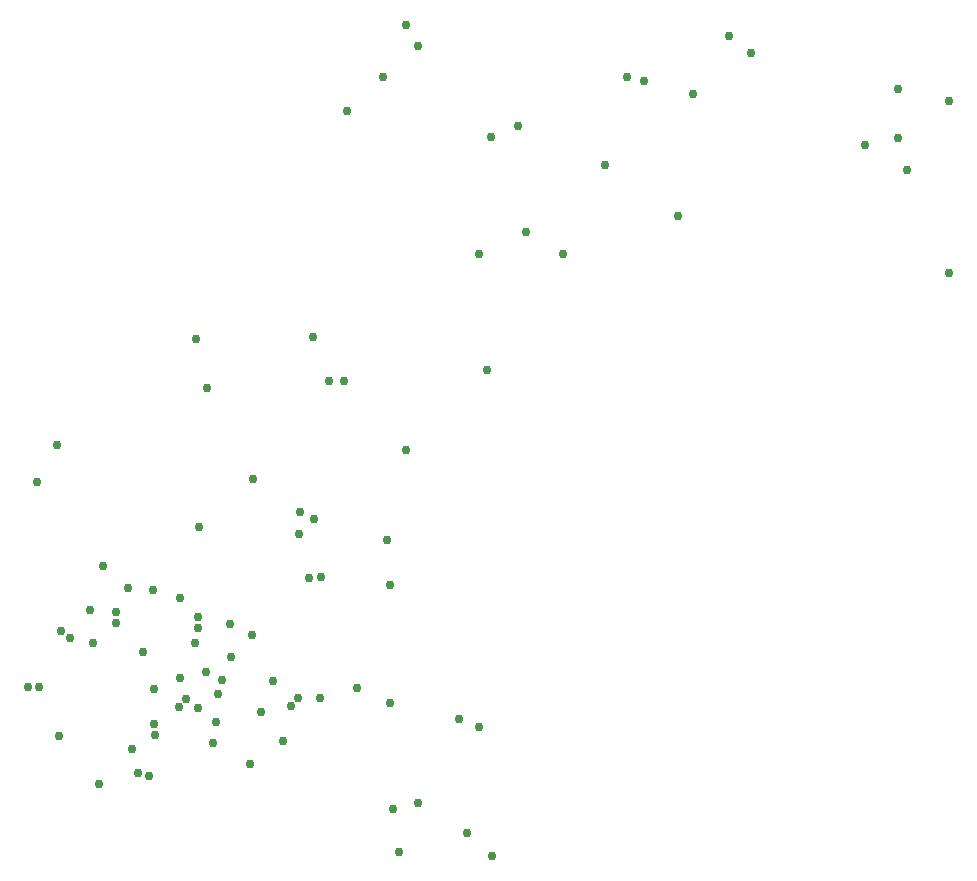
<source format=gbr>
G04 EAGLE Gerber RS-274X export*
G75*
%MOMM*%
%FSLAX34Y34*%
%LPD*%
%INvias*%
%IPPOS*%
%AMOC8*
5,1,8,0,0,1.08239X$1,22.5*%
G01*
%ADD10C,0.756400*%


D10*
X316500Y436500D03*
X146500Y261000D03*
X114500Y242500D03*
X226400Y183714D03*
X195846Y167725D03*
X841700Y527900D03*
X655400Y728300D03*
X454500Y34800D03*
X205333Y160067D03*
X381600Y738052D03*
X218400Y130200D03*
X250000Y112000D03*
X69000Y351000D03*
X86500Y382000D03*
X269233Y182286D03*
X168200Y175400D03*
X190400Y185300D03*
X158800Y207000D03*
X87800Y136200D03*
X122300Y95400D03*
X136000Y231600D03*
X125318Y280318D03*
X300000Y270000D03*
X365500Y302000D03*
X190500Y252500D03*
X168000Y260000D03*
X611800Y576500D03*
X340300Y176600D03*
X391714Y79314D03*
X841600Y673300D03*
X770400Y636700D03*
X150000Y125000D03*
X290400Y168000D03*
X426800Y150600D03*
X806000Y615000D03*
X674100Y714300D03*
X155166Y105000D03*
X550400Y619600D03*
X332000Y665100D03*
X453789Y642911D03*
X443400Y143900D03*
X284100Y161200D03*
X164254Y102254D03*
X168500Y146500D03*
X450400Y446200D03*
X259100Y156614D03*
X362500Y694100D03*
X233500Y202800D03*
X232600Y231200D03*
X203152Y214807D03*
X116500Y214886D03*
X223000Y171400D03*
X370600Y74000D03*
X375800Y38000D03*
X221000Y148200D03*
X309400Y168400D03*
X309500Y270600D03*
X169000Y137000D03*
X382200Y377900D03*
X368000Y163600D03*
X368500Y263600D03*
X213000Y431000D03*
X252000Y354000D03*
X189662Y160841D03*
X433500Y54000D03*
X204000Y472400D03*
X136474Y240826D03*
X206600Y312900D03*
X329700Y436528D03*
X444000Y544000D03*
X515100Y544100D03*
X583600Y690200D03*
X61552Y177500D03*
X90000Y225000D03*
X205500Y237000D03*
X71000Y177500D03*
X97000Y219000D03*
X205500Y227847D03*
X798500Y642500D03*
X798500Y684000D03*
X291000Y307000D03*
X292000Y326000D03*
X304000Y320000D03*
X303500Y473700D03*
X477000Y652400D03*
X392100Y720300D03*
X483500Y562900D03*
X278000Y131700D03*
X624600Y679300D03*
X568600Y694000D03*
X212416Y189953D03*
X251600Y221300D03*
M02*

</source>
